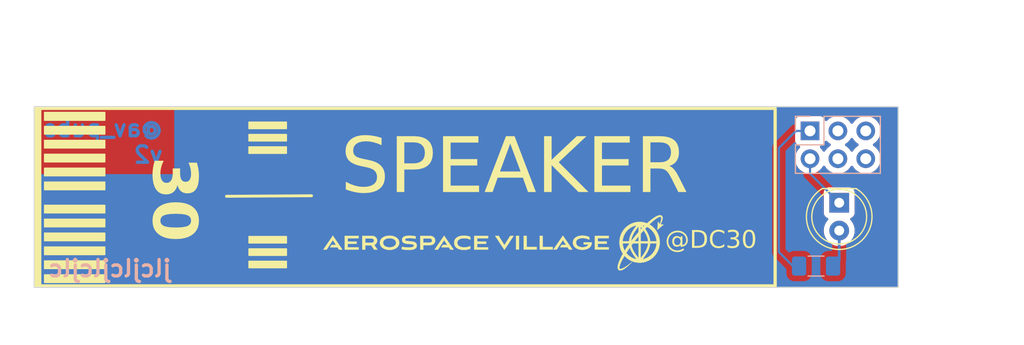
<source format=kicad_pcb>
(kicad_pcb (version 20220621) (generator pcbnew)
  (layers (0 "F.Cu" signal) (31 "B.Cu" signal) (34 "B.Paste" user) (35 "F.Paste" user) (36 "B.SilkS" user "B.Silkscreen") (37 "F.SilkS" user "F.Silkscreen") (38 "B.Mask" user) (39 "F.Mask" user) (44 "Edge.Cuts" user))
  (net 0 "")
  (footprint "LED_THT:LED_D5.0mm" (layer "F.Cu") (at 157.5 131.5 -90)
    (fp_text reference "REF**" hide)
    (fp_text value "LED_D5.0mm")
  )
  (footprint "Connector_PinHeader_2.54mm:PinHeader_2x03_P2.54mm_Vertical" (layer "B.Cu") (at 154.84 124.94 -90)
    (fp_text reference "REF**" hide)
    (fp_text value "PinHeader_2x03_P2.54mm_Vertical")
  )
  (footprint "Resistor_SMD:R_1206_3216Metric_Pad1.30x1.75mm_HandSolder" (layer "B.Cu") (at 155.39 137.28 180)
    (fp_text reference "REF**" hide)
    (fp_text value "R_1206_3216Metric_Pad1.30x1.75mm_HandSolder")
  )
  (gr_poly (pts (xy 90.559245 127.772901) (xy 85.055911 127.772901) (xy 85.055911 127.067346) (xy 90.559245 127.067346)) (stroke (width 0.1)) (fill solid) (layer "F.SilkS"))
  (gr_poly (pts (xy 107.114956 125.863793) (xy 103.688522 125.863793) (xy 103.688522 125.262231) (xy 107.114956 125.262231)) (stroke (width 0.1)) (fill solid) (layer "F.SilkS"))
  (gr_poly (pts (xy 112.212582 135.778166) (xy 111.907517 135.778166) (xy 111.767288 135.565441) (xy 111.084134 135.565441) (xy 111.230448 135.342926) (xy 111.622297 135.342926) (xy 111.342367 134.91536) (xy 111.062174 135.342926) (xy 111.062438 135.342926) (xy 110.916124 135.565441) (xy 110.914536 135.565441) (xy 110.776953 135.778166) (xy 110.471888 135.778166) (xy 111.342367 134.502609)) (stroke (width 0.02)) (fill solid) (layer "F.SilkS"))
  (gr_poly (pts (xy 107.114887 124.734902) (xy 103.688522 124.734902) (xy 103.688522 124.13334) (xy 107.114887 124.13334)) (stroke (width 0.1)) (fill solid) (layer "F.SilkS"))
  (gr_poly (pts (xy 90.559245 125.232903) (xy 85.055911 125.232903) (xy 85.055911 124.527347) (xy 90.559245 124.527347)) (stroke (width 0.1)) (fill solid) (layer "F.SilkS"))
  (gr_poly (pts (xy 113.690544 134.740205) (xy 112.695182 134.740205) (xy 112.695182 135.04527) (xy 113.510627 135.04527) (xy 113.510627 135.242914) (xy 112.695182 135.242914) (xy 112.695182 135.563059) (xy 113.690544 135.563059) (xy 113.690544 135.778166) (xy 112.422661 135.778166) (xy 112.422661 134.522718) (xy 113.690544 134.522718)) (stroke (width 0.02)) (fill solid) (layer "F.SilkS"))
  (gr_poly (pts (xy 130.47 135.537305) (xy 131.385194 135.537305) (xy 131.385194 135.772255) (xy 130.197479 135.772255) (xy 130.197479 134.516807) (xy 130.47 134.516807)) (stroke (width 0.02)) (fill solid) (layer "F.SilkS"))
  (gr_poly (pts (xy 133.183566 135.772255) (xy 132.878503 135.772255) (xy 132.738273 135.559795) (xy 132.052737 135.559795) (xy 132.199052 135.33728) (xy 132.593282 135.33728) (xy 132.313351 134.909449) (xy 131.748202 135.772255) (xy 131.442873 135.772255) (xy 132.313351 134.496963)) (stroke (width 0.02)) (fill solid) (layer "F.SilkS"))
  (gr_poly (pts (xy 126.978559 135.367178) (xy 127.508784 134.516807) (xy 127.828928 134.516807) (xy 126.978559 135.797391) (xy 126.133215 134.516807) (xy 126.456007 134.516807)) (stroke (width 0.02)) (fill solid) (layer "F.SilkS"))
  (gr_poly (pts (xy 116.511796 134.50261) (xy 116.557457 134.503318) (xy 116.602477 134.505434) (xy 116.646803 134.508943) (xy 116.690382 134.513831) (xy 116.733162 134.520083) (xy 116.775089 134.527686) (xy 116.81611 134.536625) (xy 116.856172 134.546886) (xy 116.895222 134.558455) (xy 116.933207 134.571317) (xy 116.970075 134.585458) (xy 117.005771 134.600864) (xy 117.040243 134.617521) (xy 117.073437 134.635414) (xy 117.105302 134.65453) (xy 117.135783 134.674853) (xy 117.164828 134.696371) (xy 117.192383 134.719067) (xy 117.218396 134.742929) (xy 117.242813 134.767942) (xy 117.265582 134.794092) (xy 117.28665 134.821364) (xy 117.305962 134.849745) (xy 117.323467 134.879219) (xy 117.339112 134.909773) (xy 117.352842 134.941393) (xy 117.364606 134.974064) (xy 117.37435 135.007772) (xy 117.38202 135.042503) (xy 117.387565 135.078243) (xy 117.390931 135.114977) (xy 117.392065 135.152691) (xy 117.39093 135.189962) (xy 117.387562 135.22631) (xy 117.382014 135.261717) (xy 117.374339 135.296166) (xy 117.364589 135.32964) (xy 117.352819 135.362122) (xy 117.339082 135.393595) (xy 117.32343 135.424042) (xy 117.305917 135.453446) (xy 117.286596 135.48179) (xy 117.265521 135.509057) (xy 117.242744 135.53523) (xy 117.218318 135.560292) (xy 117.192297 135.584227) (xy 117.164735 135.607016) (xy 117.135684 135.628643) (xy 117.073327 135.668343) (xy 117.005654 135.703192) (xy 116.93309 135.733052) (xy 116.85606 135.757789) (xy 116.774991 135.777265) (xy 116.690306 135.791345) (xy 116.602433 135.799892) (xy 116.511796 135.802772) (xy 116.466369 135.80205) (xy 116.421552 135.799895) (xy 116.377401 135.796325) (xy 116.33397 135.791356) (xy 116.291314 135.785004) (xy 116.249486 135.777287) (xy 116.208543 135.768222) (xy 116.168537 135.757826) (xy 116.129524 135.746115) (xy 116.091558 135.733106) (xy 116.054693 135.718816) (xy 116.018985 135.703262) (xy 115.984487 135.686461) (xy 115.951254 135.668429) (xy 115.919341 135.649184) (xy 115.888802 135.628742) (xy 115.859692 135.607121) (xy 115.832064 135.584336) (xy 115.805975 135.560406) (xy 115.781477 135.535346) (xy 115.758626 135.509174) (xy 115.737476 135.481907) (xy 115.718082 135.453561) (xy 115.700498 135.424153) (xy 115.684778 135.393701) (xy 115.670977 135.36222) (xy 115.659151 135.329728) (xy 115.649352 135.296242) (xy 115.641636 135.261778) (xy 115.636057 135.226354) (xy 115.632669 135.189986) (xy 115.631536 135.152955) (xy 115.924157 135.152955) (xy 115.924878 135.176363) (xy 115.927021 135.199201) (xy 115.930559 135.221458) (xy 115.935462 135.243123) (xy 115.941703 135.264184) (xy 115.949253 135.28463) (xy 115.958083 135.30445) (xy 115.968165 135.323632) (xy 115.97947 135.342165) (xy 115.991971 135.360037) (xy 116.005638 135.377238) (xy 116.020444 135.393755) (xy 116.03636 135.409577) (xy 116.053356 135.424693) (xy 116.071406 135.439092) (xy 116.090481 135.452761) (xy 116.131589 135.477869) (xy 116.176454 135.499924) (xy 116.224848 135.518836) (xy 116.276545 135.534513) (xy 116.331315 135.546866) (xy 116.388932 135.555802) (xy 116.449168 135.56123) (xy 116.511796 135.563059) (xy 116.543395 135.5626) (xy 116.574424 135.56123) (xy 116.604856 135.55896) (xy 116.634661 135.555802) (xy 116.663811 135.551766) (xy 116.692278 135.546866) (xy 116.720033 135.541111) (xy 116.747048 135.534513) (xy 116.773295 135.527085) (xy 116.798744 135.518836) (xy 116.823368 135.509778) (xy 116.847139 135.499924) (xy 116.870026 135.489283) (xy 116.892004 135.477869) (xy 116.913042 135.465691) (xy 116.933112 135.452761) (xy 116.952186 135.439092) (xy 116.970236 135.424693) (xy 116.987233 135.409577) (xy 117.003149 135.393755) (xy 117.017954 135.377238) (xy 117.031622 135.360037) (xy 117.044122 135.342165) (xy 117.055428 135.323632) (xy 117.06551 135.30445) (xy 117.07434 135.28463) (xy 117.08189 135.264184) (xy 117.08813 135.243123) (xy 117.093034 135.221458) (xy 117.096571 135.199201) (xy 117.098715 135.176363) (xy 117.099435 135.152955) (xy 117.098715 135.129129) (xy 117.096571 135.105925) (xy 117.093034 135.083353) (xy 117.08813 135.06142) (xy 117.08189 135.040137) (xy 117.07434 135.019512) (xy 117.06551 134.999553) (xy 117.055428 134.980269) (xy 117.044122 134.96167) (xy 117.031622 134.943763) (xy 117.017954 134.926558) (xy 117.003149 134.910063) (xy 116.987233 134.894288) (xy 116.970236 134.87924) (xy 116.952186 134.864929) (xy 116.933112 134.851363) (xy 116.892004 134.826504) (xy 116.847139 134.804731) (xy 116.798744 134.786116) (xy 116.747048 134.770728) (xy 116.692278 134.758637) (xy 116.634661 134.749914) (xy 116.574424 134.744629) (xy 116.511796 134.742851) (xy 116.480197 134.743297) (xy 116.449168 134.744629) (xy 116.418737 134.746837) (xy 116.388932 134.749914) (xy 116.359782 134.75385) (xy 116.331315 134.758637) (xy 116.30356 134.764266) (xy 116.276545 134.770728) (xy 116.250298 134.778014) (xy 116.224848 134.786116) (xy 116.200224 134.795024) (xy 116.176454 134.804731) (xy 116.153566 134.815227) (xy 116.131589 134.826504) (xy 116.110551 134.838552) (xy 116.090481 134.851363) (xy 116.071406 134.864929) (xy 116.053356 134.87924) (xy 116.03636 134.894288) (xy 116.020444 134.910063) (xy 116.005638 134.926558) (xy 115.991971 134.943763) (xy 115.97947 134.96167) (xy 115.968165 134.980269) (xy 115.958083 134.999553) (xy 115.949253 135.019512) (xy 115.941703 135.040137) (xy 115.935462 135.06142) (xy 115.930559 135.083353) (xy 115.927021 135.105925) (xy 115.924878 135.129129) (xy 115.924157 135.152955) (xy 115.631536 135.152955) (xy 115.631528 135.152691) (xy 115.632669 135.114977) (xy 115.636057 135.078243) (xy 115.641636 135.042503) (xy 115.649352 135.007772) (xy 115.659151 134.974064) (xy 115.670977 134.941393) (xy 115.684778 134.909773) (xy 115.700498 134.879219) (xy 115.718082 134.849745) (xy 115.737476 134.821364) (xy 115.758626 134.794092) (xy 115.781477 134.767942) (xy 115.805975 134.742929) (xy 115.832064 134.719067) (xy 115.859692 134.69637) (xy 115.888802 134.674853) (xy 115.951254 134.635414) (xy 116.018985 134.600864) (xy 116.091558 134.571317) (xy 116.168537 134.546886) (xy 116.249486 134.527686) (xy 116.33397 134.513831) (xy 116.421552 134.505434) (xy 116.511796 134.502609)) (stroke (width 0.02)) (fill solid) (layer "F.SilkS"))
  (gr_poly (pts (xy 107.117819 135.177122) (xy 103.691454 135.177122) (xy 103.691454 134.57556) (xy 107.117819 134.57556)) (stroke (width 0.1)) (fill solid) (layer "F.SilkS"))
  (gr_poly (pts (xy 107.116421 137.434901) (xy 103.689987 137.434901) (xy 103.689987 136.833341) (xy 107.116421 136.833341)) (stroke (width 0.1)) (fill solid) (layer "F.SilkS"))
  (gr_poly (pts (xy 118.365137 134.503037) (xy 118.41204 134.504268) (xy 118.458096 134.506225) (xy 118.503113 134.508831) (xy 118.589269 134.515683) (xy 118.668978 134.524206) (xy 118.740713 134.533783) (xy 118.802944 134.543798) (xy 118.854143 134.553632) (xy 118.892782 134.56267) (xy 118.880347 134.790212) (xy 118.835179 134.778287) (xy 118.784262 134.767098) (xy 118.727677 134.756907) (xy 118.665506 134.747977) (xy 118.597827 134.740574) (xy 118.524722 134.734959) (xy 118.446272 134.731397) (xy 118.362557 134.730151) (xy 118.321309 134.730463) (xy 118.280335 134.73147) (xy 118.239964 134.733278) (xy 118.200525 134.735993) (xy 118.162348 134.739719) (xy 118.125762 134.744564) (xy 118.091097 134.750633) (xy 118.074588 134.75416) (xy 118.058683 134.758032) (xy 118.043422 134.762263) (xy 118.028848 134.766866) (xy 118.015001 134.771854) (xy 118.001922 134.777241) (xy 117.989653 134.78304) (xy 117.978235 134.789264) (xy 117.967709 134.795926) (xy 117.958116 134.80304) (xy 117.949497 134.810618) (xy 117.941894 134.818674) (xy 117.935348 134.827222) (xy 117.929899 134.836273) (xy 117.92559 134.845843) (xy 117.922461 134.855943) (xy 117.920553 134.866587) (xy 117.919908 134.877789) (xy 117.91991 134.877789) (xy 117.922995 134.900517) (xy 117.931988 134.920117) (xy 117.946496 134.93686) (xy 117.966123 134.951018) (xy 117.990477 134.962862) (xy 118.019164 134.972664) (xy 118.051788 134.980695) (xy 118.087958 134.987227) (xy 118.169354 134.996878) (xy 118.260201 135.00379) (xy 118.457643 135.018084) (xy 118.557935 135.02981) (xy 118.655072 135.047484) (xy 118.701473 135.05923) (xy 118.745904 135.073278) (xy 118.78797 135.089899) (xy 118.827278 135.109365) (xy 118.863434 135.131947) (xy 118.896044 135.157916) (xy 118.924714 135.187545) (xy 118.94905 135.221104) (xy 118.968658 135.258865) (xy 118.983145 135.3011) (xy 118.992116 135.34808) (xy 118.995177 135.400076) (xy 118.994097 135.431819) (xy 118.990907 135.461892) (xy 118.985677 135.490336) (xy 118.978481 135.517197) (xy 118.969388 135.542516) (xy 118.958473 135.566339) (xy 118.945805 135.588708) (xy 118.931458 135.609667) (xy 118.915502 135.62926) (xy 118.898011 135.647529) (xy 118.879055 135.664519) (xy 118.858706 135.680273) (xy 118.837037 135.694834) (xy 118.814119 135.708246) (xy 118.764824 135.731797) (xy 118.711396 135.751274) (xy 118.65441 135.767025) (xy 118.59444 135.779398) (xy 118.532061 135.788741) (xy 118.467849 135.795401) (xy 118.402377 135.799728) (xy 118.336221 135.802069) (xy 118.269955 135.802772) (xy 118.188269 135.801856) (xy 118.105169 135.799163) (xy 118.021598 135.794777) (xy 117.938498 135.788782) (xy 117.856812 135.781262) (xy 117.777482 135.772299) (xy 117.701452 135.761979) (xy 117.629663 135.750384) (xy 117.639717 135.522843) (xy 117.713312 135.535208) (xy 117.78616 135.545915) (xy 117.858703 135.554966) (xy 117.931387 135.562365) (xy 118.004653 135.568114) (xy 118.078945 135.572216) (xy 118.154708 135.574676) (xy 118.232383 135.575495) (xy 118.280803 135.575123) (xy 118.328327 135.573935) (xy 118.374647 135.571822) (xy 118.419456 135.568673) (xy 118.462446 135.564381) (xy 118.503311 135.558835) (xy 118.541742 135.551927) (xy 118.559949 135.547927) (xy 118.577433 135.543546) (xy 118.594155 135.53877) (xy 118.610076 135.533585) (xy 118.625158 135.527976) (xy 118.639364 135.521932) (xy 118.652653 135.515438) (xy 118.664989 135.50848) (xy 118.676332 135.501045) (xy 118.686644 135.493118) (xy 118.695887 135.484688) (xy 118.704022 135.475738) (xy 118.711011 135.466257) (xy 118.716815 135.456231) (xy 118.721396 135.445645) (xy 118.724716 135.434486) (xy 118.726737 135.422741) (xy 118.727419 135.410395) (xy 118.724327 135.385652) (xy 118.715316 135.364224) (xy 118.70078 135.345831) (xy 118.681113 135.330198) (xy 118.656711 135.317047) (xy 118.627968 135.306101) (xy 118.595278 135.297083) (xy 118.559036 135.289716) (xy 118.477476 135.278827) (xy 118.386444 135.271217) (xy 118.188594 135.25697) (xy 118.088091 135.245899) (xy 117.990744 135.229241) (xy 117.944242 135.218124) (xy 117.899713 135.204779) (xy 117.857551 135.18893) (xy 117.818152 135.170298) (xy 117.781911 135.148607) (xy 117.749221 135.12358) (xy 117.720477 135.09494) (xy 117.696075 135.062409) (xy 117.676408 135.025711) (xy 117.661872 134.984569) (xy 117.652861 134.938705) (xy 117.64977 134.887843) (xy 117.650883 134.856801) (xy 117.654165 134.827444) (xy 117.659525 134.799726) (xy 117.666875 134.7736) (xy 117.676124 134.74902) (xy 117.687184 134.725942) (xy 117.699965 134.704319) (xy 117.714378 134.684105) (xy 117.730333 134.665255) (xy 117.747742 134.647722) (xy 117.766514 134.631462) (xy 117.786561 134.616427) (xy 117.807794 134.602572) (xy 117.830122 134.589852) (xy 117.877708 134.567631) (xy 117.928606 134.549397) (xy 117.982101 134.534784) (xy 118.037478 134.523425) (xy 118.094022 134.514954) (xy 118.151018 134.509003) (xy 118.207753 134.505207) (xy 118.263511 134.503198) (xy 118.317578 134.502609)) (stroke (width 0.02)) (fill solid) (layer "F.SilkS"))
  (gr_poly (pts (xy 90.559245 129.042901) (xy 85.055911 129.042901) (xy 85.055911 128.337345) (xy 90.559245 128.337345)) (stroke (width 0.1)) (fill solid) (layer "F.SilkS"))
  (gr_poly (pts (xy 128.311529 135.772255) (xy 128.039008 135.772255) (xy 128.039008 134.516807) (xy 128.311529 134.516807)) (stroke (width 0.02)) (fill solid) (layer "F.SilkS"))
  (gr_poly (pts (xy 129.009499 135.537305) (xy 129.924694 135.537305) (xy 129.924694 135.772255) (xy 128.736715 135.772255) (xy 128.736715 134.516807) (xy 129.009499 134.516807)) (stroke (width 0.02)) (fill solid) (layer "F.SilkS"))
  (gr_rect (start 84.25 122.88) (end 84.62 139.07) (stroke (width 0.3)) (fill solid) (layer "F.SilkS"))
  (gr_poly (pts (xy 114.919035 134.523399) (xy 114.950836 134.525407) (xy 114.981353 134.528693) (xy 115.010602 134.533206) (xy 115.038598 134.538895) (xy 115.065359 134.54571) (xy 115.0909 134.553601) (xy 115.115239 134.562517) (xy 115.138391 134.572408) (xy 115.160373 134.583223) (xy 115.181202 134.594912) (xy 115.200894 134.607424) (xy 115.219465 134.62071) (xy 115.236932 134.634718) (xy 115.253311 134.649398) (xy 115.268619 134.6647) (xy 115.282871 134.680573) (xy 115.296085 134.696967) (xy 115.308277 134.713832) (xy 115.319463 134.731116) (xy 115.32966 134.74877) (xy 115.338885 134.766743) (xy 115.347152 134.784985) (xy 115.35448 134.803445) (xy 115.360884 134.822073) (xy 115.366381 134.840818) (xy 115.374719 134.878459) (xy 115.379625 134.915964) (xy 115.381232 134.95293) (xy 115.380345 134.981629) (xy 115.377647 135.010475) (xy 115.373083 135.039318) (xy 115.366597 135.068008) (xy 115.358132 135.096393) (xy 115.353141 135.110425) (xy 115.347634 135.124325) (xy 115.341604 135.138073) (xy 115.335045 135.151651) (xy 115.32795 135.165041) (xy 115.320312 135.178223) (xy 115.312123 135.191179) (xy 115.303376 135.203889) (xy 115.294065 135.216336) (xy 115.284184 135.2285) (xy 115.273723 135.240362) (xy 115.262678 135.251905) (xy 115.25104 135.263108) (xy 115.238803 135.273953) (xy 115.22596 135.284421) (xy 115.212504 135.294494) (xy 115.198428 135.304152) (xy 115.183725 135.313378) (xy 115.168387 135.322151) (xy 115.152409 135.330454) (xy 115.135782 135.338267) (xy 115.118501 135.345572) (xy 115.408483 135.778166) (xy 115.103418 135.778166) (xy 114.838306 135.385524) (xy 114.300673 135.385524) (xy 114.300673 135.778166) (xy 114.028152 135.778166) (xy 114.028152 135.145282) (xy 114.300938 135.145282) (xy 114.846245 135.145282) (xy 114.865191 135.144986) (xy 114.883154 135.144111) (xy 114.900157 135.142677) (xy 114.916226 135.140707) (xy 114.931387 135.138221) (xy 114.945663 135.13524) (xy 114.959082 135.131785) (xy 114.971666 135.127878) (xy 114.983442 135.123539) (xy 114.994435 135.118789) (xy 115.004669 135.113649) (xy 115.01417 135.108141) (xy 115.022963 135.102285) (xy 115.031073 135.096102) (xy 115.038525 135.089614) (xy 115.045344 135.082841) (xy 115.051556 135.075804) (xy 115.057185 135.068526) (xy 115.062256 135.061025) (xy 115.066795 135.053324) (xy 115.070827 135.045444) (xy 115.074376 135.037405) (xy 115.077468 135.029229) (xy 115.080129 135.020937) (xy 115.082382 135.012549) (xy 115.084253 135.004087) (xy 115.086951 134.987023) (xy 115.088422 134.969915) (xy 115.088868 134.95293) (xy 115.088422 134.93722) (xy 115.086951 134.921169) (xy 115.084253 134.904965) (xy 115.080128 134.888794) (xy 115.074376 134.872843) (xy 115.070826 134.865008) (xy 115.066795 134.857299) (xy 115.062256 134.849738) (xy 115.057184 134.842349) (xy 115.051555 134.835155) (xy 115.045344 134.828179) (xy 115.038525 134.821446) (xy 115.031073 134.814977) (xy 115.022963 134.808797) (xy 115.01417 134.802929) (xy 115.004668 134.797396) (xy 114.994434 134.792222) (xy 114.983442 134.78743) (xy 114.971666 134.783043) (xy 114.959081 134.779085) (xy 114.945663 134.775579) (xy 114.931387 134.772548) (xy 114.916226 134.770015) (xy 114.900157 134.768005) (xy 114.883154 134.766541) (xy 114.865191 134.765645) (xy 114.846245 134.765341) (xy 114.300938 134.765341) (xy 114.300938 135.145282) (xy 114.028152 135.145282) (xy 114.028152 134.522718) (xy 114.885931 134.522718)) (stroke (width 0.02)) (fill solid) (layer "F.SilkS"))
  (gr_poly (pts (xy 139.630668 133.966349) (xy 139.630825 133.966566) (xy 139.631138 133.967011) (xy 139.640692 133.980743) (xy 139.641338 133.981681) (xy 139.651637 133.996975) (xy 139.661878 134.012321) (xy 139.672217 134.027596) (xy 139.586578 134.123355) (xy 139.50153 134.219574) (xy 139.476067 134.248748) (xy 139.450802 134.278106) (xy 139.400451 134.336983) (xy 139.400451 133.963569) (xy 139.463772 133.895148) (xy 139.495621 133.861105) (xy 139.527675 133.82725)) (stroke (width 0.02)) (fill solid) (layer "F.SilkS"))
  (gr_poly (pts (xy 139.746369 133.608619) (xy 139.747922 133.609072) (xy 139.74841 133.60921) (xy 139.760131 133.612605) (xy 139.761256 133.612944) (xy 139.761931 133.613159) (xy 139.822892 133.633679) (xy 139.88192 133.656388) (xy 139.883367 133.656972) (xy 139.884807 133.65757) (xy 139.942615 133.682667) (xy 139.977976 133.699823) (xy 139.934964 133.74453) (xy 139.892162 133.789468) (xy 139.8496 133.834653) (xy 139.8073 133.880111) (xy 139.807299 133.880111) (xy 139.806586 133.879069) (xy 139.806059 133.87835) (xy 139.777403 133.838002) (xy 139.747984 133.797473) (xy 139.718379 133.757504) (xy 139.68865 133.718106) (xy 139.682524 133.71018) (xy 139.676406 133.702425) (xy 139.671653 133.696419) (xy 139.665571 133.688654) (xy 139.664156 133.686841) (xy 139.68389 133.666987) (xy 139.703705 133.647206) (xy 139.743475 133.607781)) (stroke (width 0.02)) (fill solid) (layer "F.SilkS"))
  (gr_poly (pts (xy 90.559245 136.239568) (xy 85.055911 136.239568) (xy 85.055911 135.534012) (xy 90.559245 135.534012)) (stroke (width 0.1)) (fill solid) (layer "F.SilkS"))
  (gr_poly (pts (xy 90.559245 126.502903) (xy 85.055911 126.502903) (xy 85.055911 125.797347) (xy 90.559245 125.797347)) (stroke (width 0.1)) (fill solid) (layer "F.SilkS"))
  (gr_poly (pts (xy 90.559245 134.969567) (xy 85.055911 134.969567) (xy 85.055911 134.264011) (xy 90.559245 134.264011)) (stroke (width 0.1)) (fill solid) (layer "F.SilkS"))
  (gr_poly (pts (xy 134.133334 134.497282) (xy 134.177298 134.499019) (xy 134.220814 134.501891) (xy 134.263834 134.505881) (xy 134.306312 134.51097) (xy 134.3482 134.517139) (xy 134.389451 134.524372) (xy 134.430017 134.532649) (xy 134.469852 134.541952) (xy 134.508907 134.552264) (xy 134.547137 134.563565) (xy 134.584492 134.575838) (xy 134.620927 134.589064) (xy 134.656394 134.603226) (xy 134.690845 134.618305) (xy 134.724233 134.634282) (xy 134.724233 134.876905) (xy 134.657634 134.846758) (xy 134.588709 134.818639) (xy 134.553237 134.805531) (xy 134.517019 134.793161) (xy 134.479999 134.781605) (xy 134.442122 134.770939) (xy 134.403334 134.761241) (xy 134.363579 134.752587) (xy 134.322803 134.745054) (xy 134.28095 134.738718) (xy 134.237965 134.733657) (xy 134.193793 134.729946) (xy 134.14838 134.727664) (xy 134.10167 134.726886) (xy 134.053065 134.728003) (xy 134.003293 134.731481) (xy 133.952947 134.737509) (xy 133.902621 134.746279) (xy 133.852909 134.757981) (xy 133.828469 134.76499) (xy 133.804405 134.772804) (xy 133.780791 134.781446) (xy 133.757702 134.79094) (xy 133.735212 134.801309) (xy 133.713395 134.812578) (xy 133.692324 134.82477) (xy 133.672076 134.837909) (xy 133.652723 134.852019) (xy 133.63434 134.867123) (xy 133.617001 134.883246) (xy 133.60078 134.900411) (xy 133.585752 134.918641) (xy 133.571991 134.937962) (xy 133.559571 134.958396) (xy 133.548566 134.979967) (xy 133.53905 135.002699) (xy 133.531098 135.026616) (xy 133.524784 135.051742) (xy 133.520182 135.0781) (xy 133.517367 135.105715) (xy 133.516412 135.134609) (xy 133.517132 135.159364) (xy 133.519272 135.183466) (xy 133.522803 135.206907) (xy 133.527696 135.229679) (xy 133.533922 135.251772) (xy 133.541451 135.273178) (xy 133.550255 135.293888) (xy 133.560303 135.313893) (xy 133.571568 135.333185) (xy 133.584019 135.351754) (xy 133.597627 135.369593) (xy 133.612364 135.386691) (xy 133.628199 135.403041) (xy 133.645104 135.418634) (xy 133.66305 135.43346) (xy 133.682007 135.447512) (xy 133.701946 135.46078) (xy 133.722839 135.473255) (xy 133.767365 135.495794) (xy 133.815352 135.515057) (xy 133.866566 135.530975) (xy 133.920774 135.543479) (xy 133.977742 135.552496) (xy 134.037236 135.557958) (xy 134.099023 135.559794) (xy 134.136177 135.559099) (xy 134.174302 135.556935) (xy 134.21308 135.553186) (xy 134.252192 135.547735) (xy 134.29132 135.540466) (xy 134.330144 135.531261) (xy 134.368347 135.520005) (xy 134.40561 135.50658) (xy 134.423789 135.499018) (xy 134.441613 135.49087) (xy 134.459044 135.482122) (xy 134.47604 135.472758) (xy 134.492562 135.462765) (xy 134.50857 135.452128) (xy 134.524024 135.440832) (xy 134.538885 135.428863) (xy 134.553113 135.416205) (xy 134.566668 135.402846) (xy 134.579509 135.388769) (xy 134.591598 135.37396) (xy 134.602894 135.358405) (xy 134.613358 135.34209) (xy 134.62295 135.324998) (xy 134.631629 135.307117) (xy 134.199036 135.307117) (xy 134.199036 135.104446) (xy 134.936695 135.104446) (xy 134.936809 135.112576) (xy 134.937109 135.120272) (xy 134.938018 135.135403) (xy 134.938504 135.143359) (xy 134.938928 135.151923) (xy 134.939227 135.161355) (xy 134.939341 135.171915) (xy 134.938172 135.209581) (xy 134.934708 135.246127) (xy 134.929014 135.281549) (xy 134.921153 135.315841) (xy 134.911192 135.348998) (xy 134.899194 135.381016) (xy 134.885224 135.411889) (xy 134.869346 135.441612) (xy 134.851626 135.470181) (xy 134.832127 135.497591) (xy 134.810914 135.523836) (xy 134.788053 135.548911) (xy 134.763606 135.572812) (xy 134.73764 135.595533) (xy 134.710218 135.617069) (xy 134.681405 135.637417) (xy 134.619866 135.674522) (xy 134.553538 135.70681) (xy 134.482938 135.73424) (xy 134.408583 135.756773) (xy 134.330989 135.774367) (xy 134.250674 135.786984) (xy 134.168153 135.794584) (xy 134.083944 135.797126) (xy 134.041228 135.796446) (xy 133.998896 135.794411) (xy 133.957012 135.791029) (xy 133.915641 135.786307) (xy 133.874846 135.780254) (xy 133.834689 135.772878) (xy 133.795236 135.764185) (xy 133.75655 135.754185) (xy 133.718695 135.742884) (xy 133.681734 135.73029) (xy 133.64573 135.716412) (xy 133.610749 135.701257) (xy 133.576853 135.684833) (xy 133.544106 135.667148) (xy 133.512571 135.648209) (xy 133.482314 135.628024) (xy 133.453396 135.606601) (xy 133.425883 135.583949) (xy 133.399837 135.560074) (xy 133.375322 135.534984) (xy 133.352403 135.508688) (xy 133.331142 135.481193) (xy 133.311604 135.452507) (xy 133.293852 135.422637) (xy 133.27795 135.391592) (xy 133.263961 135.359379) (xy 133.25195 135.326007) (xy 133.24198 135.291482) (xy 133.234114 135.255813) (xy 133.228417 135.219007) (xy 133.224952 135.181073) (xy 133.223783 135.142018) (xy 133.225023 135.101221) (xy 133.228692 135.061824) (xy 133.234713 135.02382) (xy 133.24301 134.987201) (xy 133.253506 134.95196) (xy 133.266126 134.918092) (xy 133.280792 134.885589) (xy 133.297428 134.854444) (xy 133.315958 134.824651) (xy 133.336305 134.796202) (xy 133.358393 134.769092) (xy 133.382145 134.743312) (xy 133.407485 134.718856) (xy 133.434337 134.695717) (xy 133.462623 134.67389) (xy 133.492268 134.653365) (xy 133.555328 134.6162) (xy 133.622905 134.584168) (xy 133.694387 134.557214) (xy 133.769162 134.535282) (xy 133.84662 134.51832) (xy 133.926148 134.506272) (xy 134.007135 134.499083) (xy 134.088969 134.496699)) (stroke (width 0.02)) (fill solid) (layer "F.SilkS"))
  (gr_poly (pts (xy 138.667325 135.255053) (xy 138.632146 135.302416) (xy 138.597176 135.349927) (xy 138.562442 135.397551) (xy 138.561759 135.39478) (xy 138.545097 135.302517) (xy 138.544999 135.301885) (xy 138.544917 135.301285) (xy 138.534468 135.207834) (xy 138.702716 135.207834)) (stroke (width 0.02)) (fill solid) (layer "F.SilkS"))
  (gr_poly (pts (xy 90.559245 138.77957) (xy 85.055911 138.77957) (xy 85.055911 138.074014) (xy 90.559245 138.074014)) (stroke (width 0.1)) (fill solid) (layer "F.SilkS"))
  (gr_poly (pts (xy 107.113495 126.992681) (xy 103.687061 126.992681) (xy 103.687061 126.39112) (xy 107.113495 126.39112)) (stroke (width 0.1)) (fill solid) (layer "F.SilkS"))
  (gr_line (start 101.64591 130.90832) (end 109.4 130.86) (stroke (width 0.264583)) (layer "F.SilkS"))
  (gr_poly (pts (xy 141.167111 132.635449) (xy 141.172625 132.635545) (xy 141.178177 132.635721) (xy 141.183765 132.635981) (xy 141.189391 132.636328) (xy 141.195054 132.636764) (xy 141.200754 132.637291) (xy 141.206491 132.637913) (xy 141.21217 132.638575) (xy 141.217899 132.639386) (xy 141.223676 132.64037) (xy 141.229503 132.641553) (xy 141.23538 132.64296) (xy 141.241306 132.644614) (xy 141.244288 132.645542) (xy 141.247283 132.646541) (xy 141.25029 132.647614) (xy 141.25331 132.648765) (xy 141.276615 132.65724) (xy 141.279492 132.658764) (xy 141.282363 132.660352) (xy 141.285228 132.661996) (xy 141.288084 132.663686) (xy 141.290926 132.665414) (xy 141.293754 132.667169) (xy 141.299353 132.670728) (xy 141.304903 132.674273) (xy 141.310404 132.677846) (xy 141.31312 132.67968) (xy 141.315806 132.681567) (xy 141.318454 132.683522) (xy 141.321057 132.685559) (xy 141.339558 132.704317) (xy 141.341969 132.70663) (xy 141.34425 132.709) (xy 141.346413 132.711423) (xy 141.348468 132.713894) (xy 141.350427 132.716409) (xy 141.352303 132.718963) (xy 141.354105 132.721551) (xy 141.355847 132.724168) (xy 141.359193 132.729473) (xy 141.362432 132.734839) (xy 141.365658 132.74023) (xy 141.368961 132.745607) (xy 141.37439 132.756594) (xy 141.379189 132.767526) (xy 141.383395 132.778398) (xy 141.387043 132.789205) (xy 141.390166 132.799942) (xy 141.3928 132.810604) (xy 141.39498 132.821186) (xy 141.396741 132.831683) (xy 141.398117 132.84209) (xy 141.399143 132.852402) (xy 141.399855 132.862615) (xy 141.400288 132.872722) (xy 141.400452 132.892603) (xy 141.399916 132.912005) (xy 141.398719 132.931207) (xy 141.396947 132.95013) (xy 141.394646 132.968787) (xy 141.391864 132.987193) (xy 141.388649 133.005364) (xy 141.385046 133.023314) (xy 141.381103 133.041058) (xy 141.376868 133.058611) (xy 141.361529 133.114113) (xy 141.34439 133.16856) (xy 141.32561 133.22204) (xy 141.305345 133.274638) (xy 141.283752 133.326443) (xy 141.260991 133.377541) (xy 141.237217 133.428019) (xy 141.212588 133.477965) (xy 141.486422 133.497034) (xy 140.923924 133.971423) (xy 140.976582 133.237463) (xy 141.150111 133.444376) (xy 141.168658 133.39379) (xy 141.186463 133.343058) (xy 141.203332 133.292208) (xy 141.21907 133.241266) (xy 141.233481 133.190263) (xy 141.246369 133.139227) (xy 141.257539 133.088185) (xy 141.266796 133.037165) (xy 141.269125 133.021109) (xy 141.271132 133.005107) (xy 141.272792 132.989192) (xy 141.27408 132.973394) (xy 141.274972 132.957746) (xy 141.275441 132.942277) (xy 141.275463 132.92702) (xy 141.275013 132.912005) (xy 141.274647 132.904636) (xy 141.274141 132.897326) (xy 141.273495 132.890098) (xy 141.272705 132.882973) (xy 141.271769 132.875972) (xy 141.270685 132.869118) (xy 141.26945 132.862431) (xy 141.268063 132.855933) (xy 141.26652 132.849646) (xy 141.264821 132.843591) (xy 141.262961 132.837791) (xy 141.26094 132.832266) (xy 141.258755 132.827039) (xy 141.256403 132.82213) (xy 141.253882 132.817561) (xy 141.25119 132.813355) (xy 141.248397 132.809594) (xy 141.24556 132.806143) (xy 141.242662 132.802989) (xy 141.239684 132.800119) (xy 141.236606 132.797519) (xy 141.233411 132.795178) (xy 141.23008 132.793083) (xy 141.226593 132.791221) (xy 141.222933 132.789578) (xy 141.219081 132.788143) (xy 141.215018 132.786903) (xy 141.210725 132.785845) (xy 141.206184 132.784955) (xy 141.201375 132.784223) (xy 141.196282 132.783634) (xy 141.190884 132.783176) (xy 141.185243 132.783064) (xy 141.179438 132.783128) (xy 141.17348 132.783367) (xy 141.16738 132.783783) (xy 141.161146 132.784378) (xy 141.154788 132.785152) (xy 141.148318 132.786107) (xy 141.141745 132.787244) (xy 141.135078 132.788563) (xy 141.128329 132.790067) (xy 141.121507 132.791755) (xy 141.114622 132.793631) (xy 141.107684 132.795694) (xy 141.100703 132.797945) (xy 141.093689 132.800387) (xy 141.086653 132.803019) (xy 141.072555 132.808135) (xy 141.058444 132.813645) (xy 141.044326 132.81953) (xy 141.030206 132.825769) (xy 141.001985 132.839232) (xy 140.973829 132.853872) (xy 140.945784 132.869529) (xy 140.917898 132.886043) (xy 140.890218 132.903252) (xy 140.862791 132.920997) (xy 140.835394 132.939175) (xy 140.808169 132.957773) (xy 140.781113 132.976763) (xy 140.754221 132.996117) (xy 140.72749 133.015805) (xy 140.700917 133.035799) (xy 140.674498 133.056072) (xy 140.64823 133.076594) (xy 140.59621 133.118616) (xy 140.544716 133.161494) (xy 140.493729 133.205167) (xy 140.443232 133.249572) (xy 140.393205 133.294646) (xy 140.343632 133.340328) (xy 140.294494 133.386555) (xy 140.245774 133.433265) (xy 140.239518 133.439235) (xy 140.233312 133.445261) (xy 140.220993 133.457415) (xy 140.208701 133.469599) (xy 140.196333 133.481672) (xy 140.257433 133.517245) (xy 140.332016 133.565665) (xy 140.404083 133.617565) (xy 140.473519 133.672831) (xy 140.540208 133.731344) (xy 140.604037 133.792989) (xy 140.664888 133.857648) (xy 140.722648 133.925205) (xy 140.777201 133.995543) (xy 140.828432 134.068546) (xy 140.876226 134.144096) (xy 140.920468 134.222077) (xy 140.961043 134.302373) (xy 140.997836 134.384866) (xy 141.030731 134.46944) (xy 141.059614 134.555978) (xy 141.084368 134.644364) (xy 141.104881 134.73448) (xy 141.121035 134.826211) (xy 141.132716 134.919438) (xy 141.139809 135.014047) (xy 141.142199 135.109919) (xy 141.139809 135.205791) (xy 141.132716 135.3004) (xy 141.121035 135.393628) (xy 141.104881 135.485358) (xy 141.084368 135.575475) (xy 141.059614 135.66386) (xy 141.030731 135.750398) (xy 140.997836 135.834972) (xy 140.961043 135.917466) (xy 140.920468 135.997761) (xy 140.876226 136.075742) (xy 140.828432 136.151293) (xy 140.777201 136.224295) (xy 140.722648 136.294633) (xy 140.664888 136.36219) (xy 140.604037 136.426849) (xy 140.540208 136.488494) (xy 140.473519 136.547007) (xy 140.404083 136.602273) (xy 140.332016 136.654173) (xy 140.257433 136.702593) (xy 140.180448 136.747414) (xy 140.101178 136.788521) (xy 140.019737 136.825796) (xy 139.936241 136.859122) (xy 139.850803 136.888384) (xy 139.763541 136.913464) (xy 139.674568 136.934246) (xy 139.583999 136.950613) (xy 139.491951 136.962448) (xy 139.398537 136.969635) (xy 139.303874 136.972056) (xy 139.20921 136.969635) (xy 139.115794 136.962448) (xy 139.023742 136.950613) (xy 138.933169 136.934246) (xy 138.84419 136.913464) (xy 138.75692 136.888384) (xy 138.671475 136.859122) (xy 138.587969 136.825796) (xy 138.506519 136.788521) (xy 138.427238 136.747414) (xy 138.350243 136.702593) (xy 138.275648 136.654174) (xy 138.203569 136.602273) (xy 138.134122 136.547007) (xy 138.06742 136.488494) (xy 138.003579 136.42685) (xy 137.942715 136.36219) (xy 137.884943 136.294633) (xy 137.830378 136.224295) (xy 137.781931 136.155276) (xy 137.780808 136.153616) (xy 137.780789 136.15365) (xy 137.779135 136.151293) (xy 137.73133 136.075742) (xy 137.687077 135.997761) (xy 137.646491 135.917466) (xy 137.624124 135.867328) (xy 137.949532 135.867328) (xy 137.95805 135.883068) (xy 137.962349 135.890914) (xy 137.96674 135.898696) (xy 137.974855 135.912624) (xy 137.983106 135.926453) (xy 137.991494 135.940188) (xy 138.00002 135.953835) (xy 138.008682 135.967391) (xy 138.017479 135.98085) (xy 138.026409 135.994212) (xy 138.03547 136.007475) (xy 138.044665 136.020636) (xy 138.053996 136.033697) (xy 138.063456 136.046656) (xy 138.072455 136.05873) (xy 138.073027 136.059522) (xy 138.073822 136.060535) (xy 138.077575 136.06543) (xy 138.082182 136.071289) (xy 138.091435 136.082974) (xy 138.091442 136.082963) (xy 138.112606 136.109902) (xy 138.15416 136.158562) (xy 138.197628 136.205442) (xy 138.242949 136.25048) (xy 138.290062 136.293615) (xy 138.338904 136.334788) (xy 138.389416 136.373935) (xy 138.441535 136.410997) (xy 138.495201 136.445913) (xy 138.550353 136.478621) (xy 138.606929 136.509061) (xy 138.664868 136.537171) (xy 138.72411 136.562891) (xy 138.784591 136.586159) (xy 138.846253 136.606915) (xy 138.909033 136.625098) (xy 138.97287 136.640646) (xy 139.037703 136.653498) (xy 139.56978 136.653498) (xy 139.634613 136.640646) (xy 139.69845 136.625098) (xy 139.76123 136.606915) (xy 139.822892 136.586159) (xy 139.883374 136.562891) (xy 139.942615 136.537171) (xy 140.000554 136.509061) (xy 140.05713 136.478621) (xy 140.112282 136.445913) (xy 140.165948 136.410997) (xy 140.268579 136.334788) (xy 140.364534 136.25048) (xy 140.453323 136.158562) (xy 140.534457 136.059522) (xy 140.607446 135.953849) (xy 140.640733 135.898676) (xy 140.6718 135.842029) (xy 140.700586 135.783966) (xy 140.727031 135.72455) (xy 140.751071 135.663842) (xy 140.772648 135.601902) (xy 140.791698 135.538791) (xy 140.808162 135.474571) (xy 140.821978 135.409303) (xy 140.833084 135.343046) (xy 140.84142 135.275863) (xy 140.846924 135.207815) (xy 140.266428 135.207815) (xy 140.262343 135.260014) (xy 140.256479 135.31183) (xy 140.239674 135.414288) (xy 140.21652 135.515132) (xy 140.187528 135.614306) (xy 140.153208 135.711753) (xy 140.11407 135.807416) (xy 140.070622 135.901238) (xy 140.023375 135.993164) (xy 139.972838 136.083137) (xy 139.919522 136.1711) (xy 139.863934 136.256996) (xy 139.806586 136.340769) (xy 139.747987 136.422362) (xy 139.688647 136.501719) (xy 139.56978 136.653498) (xy 139.037703 136.653498) (xy 138.919108 136.501709) (xy 138.801678 136.340732) (xy 138.744625 136.256943) (xy 138.689334 136.17103) (xy 138.636293 136.083052) (xy 138.585993 135.993065) (xy 138.538924 135.901129) (xy 138.495576 135.807299) (xy 138.456439 135.711635) (xy 138.422001 135.614194) (xy 138.392779 135.515118) (xy 138.398617 135.536427) (xy 138.40479 135.557709) (xy 138.411214 135.578913) (xy 138.417824 135.600058) (xy 138.358219 135.685337) (xy 138.29902 135.770876) (xy 138.240272 135.856699) (xy 138.182024 135.942827) (xy 138.159099 135.97771) (xy 138.136449 136.012744) (xy 138.091442 136.082963) (xy 138.073822 136.060535) (xy 138.073039 136.059513) (xy 138.072455 136.05873) (xy 138.035484 136.007484) (xy 138.000038 135.953849) (xy 137.966751 135.898676) (xy 137.949546 135.867305) (xy 137.949532 135.867328) (xy 137.624124 135.867328) (xy 137.609689 135.834973) (xy 137.576785 135.750399) (xy 137.547895 135.66386) (xy 137.523133 135.575475) (xy 137.502615 135.485358) (xy 137.486455 135.393628) (xy 137.474771 135.3004) (xy 137.467827 135.207815) (xy 137.76056 135.207815) (xy 137.766064 135.275863) (xy 137.7744 135.343046) (xy 137.785506 135.409303) (xy 137.799322 135.474571) (xy 137.815785 135.538791) (xy 137.834836 135.601902) (xy 137.856412 135.663842) (xy 137.880453 135.72455) (xy 137.906897 135.783966) (xy 137.935684 135.842029) (xy 137.949546 135.867305) (xy 137.98121 135.814773) (xy 138.024813 135.74488) (xy 138.069137 135.675481) (xy 138.114128 135.606544) (xy 138.159734 135.538036) (xy 138.252575 135.402172) (xy 138.347232 135.267626) (xy 138.347303 135.26832) (xy 138.348336 135.278677) (xy 138.349355 135.28975) (xy 138.35045 135.300804) (xy 138.351076 135.306314) (xy 138.351781 135.311807) (xy 138.355528 135.33756) (xy 138.359687 135.363215) (xy 138.364247 135.388772) (xy 138.369154 135.414015) (xy 138.369188 135.414212) (xy 138.369234 135.414408) (xy 138.374528 135.439587) (xy 138.380238 135.464844) (xy 138.386318 135.489998) (xy 138.392734 135.514947) (xy 138.392755 135.515034) (xy 138.392779 135.515118) (xy 138.392761 135.51505) (xy 138.392734 135.514947) (xy 138.369234 135.414408) (xy 138.369196 135.414229) (xy 138.369154 135.414015) (xy 138.351792 135.311787) (xy 138.347303 135.26832) (xy 138.347234 135.267623) (xy 138.347232 135.267626) (xy 138.341057 135.207834) (xy 138.534457 135.207834) (xy 138.53648 135.231458) (xy 138.538919 135.255005) (xy 138.541762 135.27848) (xy 138.544917 135.301285) (xy 138.544984 135.301888) (xy 138.545097 135.302517) (xy 138.548619 135.325223) (xy 138.552616 135.348491) (xy 138.556991 135.371685) (xy 138.561743 135.394799) (xy 138.562414 135.397589) (xy 138.562442 135.397551) (xy 138.584351 135.486461) (xy 138.612319 135.576905) (xy 138.645224 135.666081) (xy 138.682624 135.753963) (xy 138.72408 135.840522) (xy 138.769151 135.925729) (xy 138.817397 136.009556) (xy 138.868378 136.091976) (xy 138.921653 136.172959) (xy 138.976783 136.252477) (xy 139.033326 136.330502) (xy 139.090843 136.407006) (xy 139.207036 136.555338) (xy 139.400447 136.555338) (xy 139.516716 136.407006) (xy 139.630812 136.252477) (xy 139.685947 136.172959) (xy 139.739221 136.091976) (xy 139.790196 136.009556) (xy 139.838431 135.925729) (xy 139.883489 135.840522) (xy 139.924929 135.753963) (xy 139.962313 135.666081) (xy 139.995201 135.576905) (xy 140.023155 135.486461) (xy 140.045735 135.39478) (xy 140.062502 135.301888) (xy 140.073018 135.207815) (xy 139.400447 135.207815) (xy 139.400447 136.555338) (xy 139.207036 136.555338) (xy 139.207036 135.207815) (xy 138.534466 135.207815) (xy 138.534468 135.207834) (xy 138.534457 135.207834) (xy 138.341057 135.207834) (xy 138.341055 135.207815) (xy 137.76056 135.207815) (xy 137.467827 135.207815) (xy 137.467675 135.205792) (xy 137.465285 135.109919) (xy 137.467675 135.014047) (xy 137.467826 135.012032) (xy 138.534457 135.012032) (xy 138.852423 135.012032) (xy 138.852429 135.012023) (xy 139.207036 135.012023) (xy 139.207036 133.664501) (xy 139.090767 133.812832) (xy 138.976671 133.967362) (xy 138.921536 134.04688) (xy 138.868262 134.127863) (xy 138.817287 134.210282) (xy 138.769052 134.29411) (xy 138.723995 134.379317) (xy 138.682554 134.465875) (xy 138.645171 134.553757) (xy 138.612282 134.642934) (xy 138.584328 134.733377) (xy 138.561748 134.825059) (xy 138.544981 134.91795) (xy 138.534726 135.009692) (xy 138.534716 135.009706) (xy 138.534457 135.012032) (xy 137.467826 135.012032) (xy 137.467827 135.012023) (xy 137.76056 135.012023) (xy 138.341055 135.012023) (xy 138.345141 134.959825) (xy 138.351004 134.908008) (xy 138.36781 134.80555) (xy 138.390963 134.704706) (xy 138.419955 134.605532) (xy 138.454275 134.508086) (xy 138.493413 134.412423) (xy 138.536861 134.3186) (xy 138.584108 134.226674) (xy 138.634645 134.136701) (xy 138.687962 134.048739) (xy 138.743549 133.962842) (xy 138.800897 133.879069) (xy 138.859496 133.797476) (xy 138.918836 133.718119) (xy 138.961035 133.664236) (xy 139.400447 133.664236) (xy 139.400447 135.012023) (xy 140.073018 135.012023) (xy 140.062502 134.917122) (xy 140.045735 134.823615) (xy 140.023155 134.731509) (xy 139.995201 134.640809) (xy 139.962313 134.551521) (xy 139.924929 134.463652) (xy 139.883489 134.377207) (xy 139.838431 134.292191) (xy 139.790196 134.208611) (xy 139.739221 134.126473) (xy 139.685947 134.045781) (xy 139.640692 133.980743) (xy 139.636118 133.974093) (xy 139.631138 133.967011) (xy 139.630812 133.966543) (xy 139.630668 133.966349) (xy 139.605386 133.931264) (xy 139.57967 133.896308) (xy 139.553745 133.86165) (xy 139.527678 133.827246) (xy 139.527675 133.82725) (xy 139.516716 133.812449) (xy 139.400447 133.664236) (xy 138.961035 133.664236) (xy 139.037703 133.56634) (xy 139.56978 133.56634) (xy 139.665571 133.688654) (xy 139.670286 133.694693) (xy 139.671653 133.696419) (xy 139.688647 133.718119) (xy 139.806059 133.87835) (xy 139.806576 133.879078) (xy 139.807299 133.880111) (xy 139.863934 133.962842) (xy 139.919522 134.048739) (xy 139.972838 134.136701) (xy 140.023375 134.226674) (xy 140.070622 134.3186) (xy 140.11407 134.412423) (xy 140.153209 134.508086) (xy 140.187528 134.605532) (xy 140.21652 134.704706) (xy 140.239674 134.80555) (xy 140.25648 134.908008) (xy 140.266428 135.012023) (xy 140.846924 135.012023) (xy 140.84142 134.943975) (xy 140.833084 134.876792) (xy 140.821978 134.810536) (xy 140.808162 134.745267) (xy 140.791698 134.681047) (xy 140.772648 134.617936) (xy 140.751071 134.555996) (xy 140.727031 134.495288) (xy 140.700586 134.435872) (xy 140.6718 134.37781) (xy 140.640733 134.321162) (xy 140.607446 134.26599) (xy 140.572 134.212354) (xy 140.534457 134.160316) (xy 140.494878 134.109936) (xy 140.453323 134.061276) (xy 140.409855 134.014397) (xy 140.364534 133.969359) (xy 140.317422 133.926223) (xy 140.268579 133.885051) (xy 140.218068 133.845903) (xy 140.165948 133.808841) (xy 140.112282 133.773925) (xy 140.05713 133.741217) (xy 140.000554 133.710778) (xy 139.977976 133.699823) (xy 139.977987 133.699812) (xy 139.960375 133.691123) (xy 139.951538 133.686835) (xy 139.94264 133.682656) (xy 139.927945 133.676005) (xy 139.913163 133.669511) (xy 139.898301 133.663169) (xy 139.884807 133.65757) (xy 139.883374 133.656948) (xy 139.88192 133.656388) (xy 139.868364 133.650917) (xy 139.853288 133.645009) (xy 139.838136 133.639256) (xy 139.822906 133.633666) (xy 139.8076 133.628245) (xy 139.792224 133.622987) (xy 139.776777 133.617889) (xy 139.761931 133.613159) (xy 139.76123 133.612923) (xy 139.760131 133.612605) (xy 139.75683 133.61161) (xy 139.752379 133.610334) (xy 139.74841 133.60921) (xy 139.746369 133.608619) (xy 139.743479 133.607776) (xy 139.743475 133.607781) (xy 139.69845 133.594741) (xy 139.634613 133.579193) (xy 139.56978 133.56634) (xy 139.037703 133.56634) (xy 138.972871 133.579216) (xy 138.909036 133.594784) (xy 138.846259 133.612984) (xy 138.784602 133.633755) (xy 138.724126 133.657036) (xy 138.664891 133.682766) (xy 138.606959 133.710884) (xy 138.55039 133.741329) (xy 138.495246 133.774041) (xy 138.441588 133.808958) (xy 138.338974 133.885167) (xy 138.243035 133.969468) (xy 138.15426 134.061375) (xy 138.073137 134.160401) (xy 138.000154 134.26606) (xy 137.966868 134.321224) (xy 137.935801 134.377863) (xy 137.907013 134.435917) (xy 137.880565 134.495325) (xy 137.856518 134.556026) (xy 137.834934 134.617959) (xy 137.815874 134.681063) (xy 137.799397 134.745278) (xy 137.785567 134.810542) (xy 137.774443 134.876795) (xy 137.766087 134.943976) (xy 137.76056 135.012023) (xy 137.467827 135.012023) (xy 137.474771 134.919438) (xy 137.486455 134.826211) (xy 137.502615 134.73448) (xy 137.523133 134.644364) (xy 137.547895 134.555978) (xy 137.576785 134.46944) (xy 137.609689 134.384866) (xy 137.646491 134.302373) (xy 137.687076 134.222077) (xy 137.731329 134.144096) (xy 137.779135 134.068546) (xy 137.830378 133.995543) (xy 137.884943 133.925205) (xy 137.942715 133.857648) (xy 138.003579 133.792989) (xy 138.06742 133.731344) (xy 138.134121 133.672831) (xy 138.203569 133.617565) (xy 138.275648 133.565665) (xy 138.350243 133.517245) (xy 138.427238 133.472424) (xy 138.506519 133.431318) (xy 138.587969 133.394043) (xy 138.671475 133.360716) (xy 138.75692 133.331454) (xy 138.84419 133.306374) (xy 138.933169 133.285592) (xy 139.023742 133.269225) (xy 139.115794 133.25739) (xy 139.20921 133.250203) (xy 139.303874 133.247782) (xy 139.398537 133.250203) (xy 139.491951 133.25739) (xy 139.583999 133.269225) (xy 139.674568 133.285592) (xy 139.763541 133.306374) (xy 139.850803 133.331454) (xy 139.936241 133.360716) (xy 140.019737 133.394043) (xy 140.101178 133.431318) (xy 140.180106 133.472247) (xy 140.180455 133.472436) (xy 140.180807 133.472633) (xy 140.189364 133.477615) (xy 140.192344 133.479388) (xy 140.194326 133.480546) (xy 140.196319 133.481686) (xy 140.196333 133.481672) (xy 140.189364 133.477615) (xy 140.1884 133.477041) (xy 140.184449 133.474704) (xy 140.182459 133.473558) (xy 140.180807 133.472633) (xy 140.180448 133.472424) (xy 140.180106 133.472247) (xy 140.160847 133.461802) (xy 140.141098 133.451397) (xy 140.121209 133.441228) (xy 140.101183 133.431301) (xy 140.081022 133.421621) (xy 140.060726 133.412186) (xy 140.040299 133.402993) (xy 140.019741 133.394043) (xy 140.015171 133.392119) (xy 140.010578 133.390242) (xy 140.001342 133.386582) (xy 139.982844 133.379315) (xy 140.040532 133.325756) (xy 140.069488 133.299084) (xy 140.098703 133.272655) (xy 140.151132 133.227058) (xy 140.204068 133.181972) (xy 140.257548 133.137438) (xy 140.31161 133.093497) (xy 140.366292 133.050187) (xy 140.421632 133.007551) (xy 140.477668 132.965628) (xy 140.534438 132.924459) (xy 140.592423 132.884569) (xy 140.651004 132.845256) (xy 140.710652 132.807095) (xy 140.771838 132.770664) (xy 140.803155 132.753277) (xy 140.835033 132.736539) (xy 140.867531 132.720523) (xy 140.900708 132.705299) (xy 140.934623 132.690941) (xy 140.969335 132.677519) (xy 141.004902 132.665108) (xy 141.041384 132.653778) (xy 141.055244 132.649977) (xy 141.069438 132.646499) (xy 141.083967 132.643397) (xy 141.098831 132.640726) (xy 141.11403 132.63854) (xy 141.129563 132.636893) (xy 141.145432 132.635839) (xy 141.153492 132.635552) (xy 141.161635 132.635433)) (stroke (width 0.02)) (fill solid) (layer "F.SilkS"))
  (gr_poly (pts (xy 120.208849 134.523384) (xy 120.240651 134.525351) (xy 120.271168 134.528569) (xy 120.300416 134.53299) (xy 120.328412 134.538565) (xy 120.355172 134.545246) (xy 120.380712 134.552984) (xy 120.40505 134.561731) (xy 120.4282 134.571438) (xy 120.45018 134.582057) (xy 120.471007 134.593538) (xy 120.490695 134.605834) (xy 120.509262 134.618895) (xy 120.526725 134.632673) (xy 120.543099 134.64712) (xy 120.558401 134.662186) (xy 120.572647 134.677824) (xy 120.585853 134.693985) (xy 120.598037 134.710619) (xy 120.609214 134.727679) (xy 120.619401 134.745117) (xy 120.628614 134.762882) (xy 120.636869 134.780927) (xy 120.644183 134.799203) (xy 120.650573 134.817662) (xy 120.656054 134.836255) (xy 120.660643 134.854933) (xy 120.664357 134.873648) (xy 120.669222 134.910994) (xy 120.670782 134.947903) (xy 120.669178 134.98484) (xy 120.66428 135.022261) (xy 120.655955 135.059771) (xy 120.644071 135.096975) (xy 120.628496 135.133477) (xy 120.619283 135.151341) (xy 120.609097 135.16888) (xy 120.597922 135.186047) (xy 120.585743 135.20279) (xy 120.572541 135.219061) (xy 120.558301 135.234811) (xy 120.543005 135.249989) (xy 120.526639 135.264546) (xy 120.509184 135.278433) (xy 120.490624 135.291601) (xy 120.470944 135.303999) (xy 120.450126 135.315578) (xy 120.428154 135.32629) (xy 120.405012 135.336084) (xy 120.380682 135.344911) (xy 120.355148 135.352722) (xy 120.328395 135.359466) (xy 120.300405 135.365096) (xy 120.271161 135.36956) (xy 120.240648 135.37281) (xy 120.208848 135.374797) (xy 120.175746 135.37547) (xy 119.585461 135.37547) (xy 119.585461 135.778166) (xy 119.31294 135.778166) (xy 119.31294 135.137874) (xy 119.585725 135.137874) (xy 120.11833 135.137874) (xy 120.138661 135.13757) (xy 120.157947 135.136674) (xy 120.176216 135.135208) (xy 120.193494 135.133195) (xy 120.209807 135.130658) (xy 120.22518 135.127621) (xy 120.23964 135.124105) (xy 120.253214 135.120135) (xy 120.265926 135.115732) (xy 120.277804 135.11092) (xy 120.288874 135.105722) (xy 120.299161 135.10016) (xy 120.308691 135.094258) (xy 120.317492 135.088038) (xy 120.325588 135.081524) (xy 120.333006 135.074738) (xy 120.339773 135.067703) (xy 120.345913 135.060442) (xy 120.351454 135.052978) (xy 120.356421 135.045334) (xy 120.360841 135.037533) (xy 120.36474 135.029598) (xy 120.368143 135.021552) (xy 120.371077 135.013417) (xy 120.373569 135.005216) (xy 120.375643 134.996973) (xy 120.378646 134.980451) (xy 120.380294 134.964033) (xy 120.380797 134.947903) (xy 120.380294 134.932193) (xy 120.378646 134.916142) (xy 120.375643 134.899938) (xy 120.371077 134.883767) (xy 120.36474 134.867816) (xy 120.356421 134.852272) (xy 120.351454 134.844711) (xy 120.345913 134.837322) (xy 120.339773 134.830128) (xy 120.333006 134.823152) (xy 120.325588 134.816419) (xy 120.317492 134.80995) (xy 120.308691 134.80377) (xy 120.299161 134.797902) (xy 120.288874 134.792369) (xy 120.277804 134.787195) (xy 120.265926 134.782403) (xy 120.253214 134.778016) (xy 120.23964 134.774058) (xy 120.22518 134.770551) (xy 120.209807 134.76752) (xy 120.193494 134.764988) (xy 120.176216 134.762978) (xy 120.157947 134.761513) (xy 120.138661 134.760617) (xy 120.11833 134.760314) (xy 119.585725 134.760314) (xy 119.585725 135.137874) (xy 119.31294 135.137874) (xy 119.31294 134.522718) (xy 120.175746 134.522718)) (stroke (width 0.02)) (fill solid) (layer "F.SilkS"))
  (gr_poly (pts (xy 90.559245 133.699568) (xy 85.055911 133.699568) (xy 85.055911 132.994012) (xy 90.559245 132.994012)) (stroke (width 0.1)) (fill solid) (layer "F.SilkS"))
  (gr_poly (pts (xy 90.559245 130.312901) (xy 85.055911 130.312901) (xy 85.055911 129.607346) (xy 90.559245 129.607346)) (stroke (width 0.1)) (fill solid) (layer "F.SilkS"))
  (gr_poly (pts (xy 123.346416 134.502786) (xy 123.387227 134.504111) (xy 123.427171 134.506323) (xy 123.466282 134.509427) (xy 123.504591 134.513425) (xy 123.542131 134.518321) (xy 123.578934 134.524118) (xy 123.615032 134.530821) (xy 123.650457 134.538432) (xy 123.685241 134.546955) (xy 123.719417 134.556393) (xy 123.753016 134.56675) (xy 123.786072 134.57803) (xy 123.818615 134.590236) (xy 123.850679 134.603371) (xy 123.882294 134.617439) (xy 123.882294 134.875143) (xy 123.858377 134.86168) (xy 123.832688 134.848531) (xy 123.805269 134.83577) (xy 123.776159 134.823475) (xy 123.745398 134.811722) (xy 123.713025 134.800589) (xy 123.679082 134.790152) (xy 123.643607 134.780488) (xy 123.60664 134.771674) (xy 123.568223 134.763785) (xy 123.528393 134.7569) (xy 123.487192 134.751095) (xy 123.44466 134.746446) (xy 123.400835 134.74303) (xy 123.355759 134.740924) (xy 123.30947 134.740205) (xy 123.273595 134.740658) (xy 123.238656 134.742009) (xy 123.204665 134.74425) (xy 123.171637 134.74737) (xy 123.139585 134.75136) (xy 123.108521 134.756211) (xy 123.07846 134.761912) (xy 123.049415 134.768454) (xy 123.021398 134.775827) (xy 122.994424 134.784022) (xy 122.968506 134.793029) (xy 122.943657 134.802839) (xy 122.91989 134.813441) (xy 122.897218 134.824826) (xy 122.875655 134.836985) (xy 122.855215 134.849908) (xy 122.83591 134.863585) (xy 122.817755 134.878007) (xy 122.800761 134.893163) (xy 122.784943 134.909045) (xy 122.770314 134.925643) (xy 122.756887 134.942946) (xy 122.744675 134.960946) (xy 122.733693 134.979633) (xy 122.723952 134.998996) (xy 122.715467 135.019027) (xy 122.708251 135.039716) (xy 122.702317 135.061053) (xy 122.697679 135.083029) (xy 122.694349 135.105634) (xy 122.692342 135.128857) (xy 122.691669 135.152691) (xy 122.692334 135.176548) (xy 122.694322 135.199794) (xy 122.697622 135.22242) (xy 122.702223 135.244415) (xy 122.708116 135.265771) (xy 122.71529 135.286477) (xy 122.723733 135.306524) (xy 122.733436 135.325902) (xy 122.744389 135.344602) (xy 122.75658 135.362614) (xy 122.769999 135.379929) (xy 122.784636 135.396536) (xy 122.80048 135.412427) (xy 122.81752 135.427592) (xy 122.835747 135.442021) (xy 122.855149 135.455705) (xy 122.897438 135.480797) (xy 122.944303 135.502793) (xy 122.995659 135.521616) (xy 123.051424 135.537188) (xy 123.111513 135.549433) (xy 123.175841 135.558275) (xy 123.244325 135.563636) (xy 123.31688 135.565441) (xy 123.361146 135.564807) (xy 123.404767 135.562954) (xy 123.447627 135.55995) (xy 123.489607 135.555866) (xy 123.53059 135.550771) (xy 123.570459 135.544735) (xy 123.609097 135.537828) (xy 123.646385 135.530119) (xy 123.682207 135.521678) (xy 123.716444 135.512576) (xy 123.748981 135.502881) (xy 123.779698 135.492664) (xy 123.808479 135.481994) (xy 123.835206 135.470941) (xy 123.859762 135.459575) (xy 123.882029 135.447966) (xy 123.882029 135.690853) (xy 123.850387 135.704455) (xy 123.818252 135.717183) (xy 123.785603 135.729035) (xy 123.752416 135.740012) (xy 123.718672 135.750113) (xy 123.684348 135.759337) (xy 123.649423 135.767685) (xy 123.613874 135.775156) (xy 123.57768 135.781749) (xy 123.54082 135.787465) (xy 123.503271 135.792302) (xy 123.465012 135.796261) (xy 123.426022 135.79934) (xy 123.386278 135.80154) (xy 123.34576 135.802861) (xy 123.304444 135.803301) (xy 123.2528 135.802621) (xy 123.20241 135.800587) (xy 123.153299 135.797208) (xy 123.105494 135.792492) (xy 123.05902 135.786448) (xy 123.013901 135.779084) (xy 122.970162 135.77041) (xy 122.92783 135.760434) (xy 122.886929 135.749165) (xy 122.847485 135.736611) (xy 122.809522 135.722781) (xy 122.773067 135.707684) (xy 122.738143 135.691328) (xy 122.704778 135.673722) (xy 122.672995 135.654874) (xy 122.64282 135.634795) (xy 122.614278 135.613491) (xy 122.587395 135.590972) (xy 122.562195 135.567246) (xy 122.538704 135.542322) (xy 122.516948 135.516209) (xy 122.496951 135.488916) (xy 122.478739 135.46045) (xy 122.462336 135.430821) (xy 122.447769 135.400038) (xy 122.435062 135.368109) (xy 122.424241 135.335043) (xy 122.415331 135.300848) (xy 122.408357 135.265533) (xy 122.403344 135.229107) (xy 122.400318 135.191578) (xy 122.399303 135.152955) (xy 122.399305 135.152955) (xy 122.400319 135.114333) (xy 122.403346 135.076804) (xy 122.408358 135.040378) (xy 122.415333 135.005062) (xy 122.424244 134.970867) (xy 122.435066 134.9378) (xy 122.447773 134.90587) (xy 122.462342 134.875085) (xy 122.478746 134.845454) (xy 122.49696 134.816987) (xy 122.51696 134.789691) (xy 122.538719 134.763574) (xy 122.562214 134.738647) (xy 122.587418 134.714917) (xy 122.614306 134.692393) (xy 122.642853 134.671083) (xy 122.673035 134.650996) (xy 122.704825 134.632142) (xy 122.738199 134.614527) (xy 122.773132 134.598162) (xy 122.847571 134.569214) (xy 122.927942 134.545364) (xy 123.014042 134.526684) (xy 123.105671 134.513241) (xy 123.202627 134.505105) (xy 123.304708 134.502345)) (stroke (width 0.02)) (fill solid) (layer "F.SilkS"))
  (gr_poly (pts (xy 90.559245 132.429567) (xy 85.055911 132.429567) (xy 85.055911 131.724012) (xy 90.559245 131.724012)) (stroke (width 0.1)) (fill solid) (layer "F.SilkS"))
  (gr_poly (pts (xy 137.781931 136.155276) (xy 137.792909 136.171511) (xy 137.805192 136.189268) (xy 137.817672 136.206872) (xy 137.830366 136.224309) (xy 137.843701 136.242147) (xy 137.857243 136.259815) (xy 137.870989 136.277313) (xy 137.884936 136.294641) (xy 137.895644 136.307567) (xy 137.906518 136.320344) (xy 137.917505 136.33302) (xy 137.928551 136.345645) (xy 137.920112 136.359584) (xy 137.911571 136.37347) (xy 137.903057 136.387371) (xy 137.894703 136.401352) (xy 137.827423 136.5184) (xy 137.761679 136.636046) (xy 137.72974 136.695217) (xy 137.698614 136.754684) (xy 137.668443 136.814499) (xy 137.63937 136.874708) (xy 137.611463 136.935068) (xy 137.58458 136.995983) (xy 137.559149 137.05729) (xy 137.535598 137.118823) (xy 137.514353 137.180417) (xy 137.504729 137.211187) (xy 137.495843 137.24191) (xy 137.487747 137.272566) (xy 137.480494 137.303135) (xy 137.474139 137.333596) (xy 137.468735 137.363929) (xy 137.467117 137.378662) (xy 137.465866 137.39324) (xy 137.465025 137.407587) (xy 137.464636 137.421627) (xy 137.464744 137.435283) (xy 137.464997 137.441942) (xy 137.465391 137.448477) (xy 137.46593 137.454877) (xy 137.466621 137.461132) (xy 137.467467 137.467235) (xy 137.468476 137.473173) (xy 137.469851 137.47889) (xy 137.471302 137.484245) (xy 137.472839 137.489254) (xy 137.474471 137.493932) (xy 137.476206 137.498296) (xy 137.478054 137.502361) (xy 137.479023 137.504286) (xy 137.480024 137.506143) (xy 137.481057 137.507933) (xy 137.482124 137.509658) (xy 137.483226 137.51132) (xy 137.484363 137.512922) (xy 137.485538 137.514464) (xy 137.486751 137.51595) (xy 137.488004 137.517381) (xy 137.489297 137.51876) (xy 137.490632 137.520087) (xy 137.492009 137.521365) (xy 137.49343 137.522597) (xy 137.494896 137.523783) (xy 137.496409 137.524927) (xy 137.497968 137.526029) (xy 137.501234 137.528119) (xy 137.504701 137.530069) (xy 137.508608 137.531954) (xy 137.512873 137.533641) (xy 137.517475 137.53513) (xy 137.522394 137.53642) (xy 137.52761 137.537512) (xy 137.533101 137.538405) (xy 137.538848 137.539101) (xy 137.544829 137.539597) (xy 137.551024 137.539895) (xy 137.557412 137.539995) (xy 137.563974 137.539897) (xy 137.570687 137.539599) (xy 137.577532 137.539104) (xy 137.584487 137.538409) (xy 137.591533 137.537517) (xy 137.598649 137.536425) (xy 137.613041 137.533853) (xy 137.627619 137.53073) (xy 137.64235 137.5271) (xy 137.657201 137.523004) (xy 137.67214 137.518487) (xy 137.687131 137.513591) (xy 137.702144 137.508359) (xy 137.717143 137.502836) (xy 137.747263 137.490545) (xy 137.777204 137.47742) (xy 137.806971 137.463517) (xy 137.836568 137.448888) (xy 137.866002 137.433588) (xy 137.895277 137.417671) (xy 137.953372 137.384199) (xy 138.010898 137.348904) (xy 138.067895 137.312217) (xy 138.124406 137.274569) (xy 138.180474 137.236392) (xy 138.235963 137.196871) (xy 138.291113 137.156715) (xy 138.345934 137.115963) (xy 138.400435 137.074652) (xy 138.508516 136.990505) (xy 138.615434 136.904577) (xy 138.56847 136.954697) (xy 138.521005 137.004401) (xy 138.472981 137.053622) (xy 138.424344 137.102291) (xy 138.375037 137.150341) (xy 138.325005 137.197701) (xy 138.274191 137.244305) (xy 138.222538 137.290083) (xy 138.196516 137.312801) (xy 138.170234 137.335295) (xy 138.143679 137.357541) (xy 138.116838 137.379514) (xy 138.0897 137.401189) (xy 138.062252 137.422542) (xy 138.034482 137.443548) (xy 138.006376 137.464182) (xy 137.977952 137.484572) (xy 137.949189 137.504622) (xy 137.920024 137.524263) (xy 137.890391 137.543426) (xy 137.860225 137.562044) (xy 137.82946 137.580048) (xy 137.798031 137.597369) (xy 137.765874 137.61394) (xy 137.749407 137.621791) (xy 137.732717 137.629423) (xy 137.715753 137.636764) (xy 137.698467 137.643742) (xy 137.680809 137.650286) (xy 137.662729 137.656324) (xy 137.644178 137.661785) (xy 137.634711 137.664277) (xy 137.625107 137.666598) (xy 137.605664 137.670659) (xy 137.58545 137.674078) (xy 137.575063 137.67544) (xy 137.564492 137.676512) (xy 137.553741 137.677252) (xy 137.542814 137.677616) (xy 137.531712 137.677561) (xy 137.520441 137.677045) (xy 137.509002 137.676024) (xy 137.497399 137.674456) (xy 137.485635 137.672297) (xy 137.473713 137.669504) (xy 137.461636 137.666034) (xy 137.449407 137.661844) (xy 137.443392 137.659362) (xy 137.437447 137.656681) (xy 137.431571 137.653799) (xy 137.42576 137.650719) (xy 137.420011 137.64744) (xy 137.414321 137.643963) (xy 137.408687 137.64029) (xy 137.403105 137.636419) (xy 137.398072 137.632168) (xy 137.393096 137.627765) (xy 137.388183 137.623231) (xy 137.383338 137.618588) (xy 137.378568 137.613858) (xy 137.373878 137.609063) (xy 137.369274 137.604226) (xy 137.364761 137.599367) (xy 137.357636 137.588763) (xy 137.354117 137.583405) (xy 137.350653 137.578016) (xy 137.347263 137.572603) (xy 137.343967 137.56717) (xy 137.340784 137.561724) (xy 137.337735 137.556269) (xy 137.335478 137.550887) (xy 137.333271 137.545462) (xy 137.328988 137.534505) (xy 137.324853 137.523449) (xy 137.320836 137.512344) (xy 137.318083 137.501532) (xy 137.315664 137.490821) (xy 137.313561 137.480207) (xy 137.311757 137.469688) (xy 137.310233 137.459258) (xy 137.308971 137.448914) (xy 137.307953 137.438652) (xy 137.307161 137.428469) (xy 137.306182 137.408322) (xy 137.305889 137.388441) (xy 137.306136 137.368796) (xy 137.30678 137.349357) (xy 137.310235 137.311519) (xy 137.31497 137.274365) (xy 137.320877 137.237832) (xy 137.327847 137.201856) (xy 137.335772 137.166377) (xy 137.344544 137.131332) (xy 137.354054 137.096658) (xy 137.364193 137.062294) (xy 137.374789 137.02823) (xy 137.385907 136.994478) (xy 137.397497 136.961003) (xy 137.409508 136.927773) (xy 137.421892 136.894754) (xy 137.434597 136.861911) (xy 137.460776 136.796625) (xy 137.496042 136.713379) (xy 137.532914 136.631093) (xy 137.571266 136.549697) (xy 137.610972 136.46912) (xy 137.651905 136.389294) (xy 137.693939 136.310147) (xy 137.736949 136.231611) (xy 137.780789 136.15365)) (stroke (width 0.02)) (fill solid) (layer "F.SilkS"))
  (gr_poly (pts (xy 90.559245 123.972982) (xy 85.055911 123.972982) (xy 85.055911 123.247268) (xy 90.559245 123.247268)) (stroke (width 0.1)) (fill solid) (layer "F.SilkS"))
  (gr_poly (pts (xy 136.494828 134.734559) (xy 135.499464 134.734559) (xy 135.499464 135.039624) (xy 136.314912 135.039624) (xy 136.314912 135.237268) (xy 135.499464 135.237268) (xy 135.499464 135.557149) (xy 136.494828 135.557149) (xy 136.494828 135.772255) (xy 135.226942 135.772255) (xy 135.226942 134.516807) (xy 136.494828 134.516807)) (stroke (width 0.02)) (fill solid) (layer "F.SilkS"))
  (gr_poly (pts (xy 122.356706 135.778166) (xy 122.051641 135.778166) (xy 121.911412 135.565441) (xy 121.225613 135.565441) (xy 121.371926 135.342926) (xy 121.766421 135.342926) (xy 121.486491 134.91536) (xy 120.921342 135.778166) (xy 120.616012 135.778166) (xy 121.486491 134.502609)) (stroke (width 0.02)) (fill solid) (layer "F.SilkS"))
  (gr_poly (pts (xy 139.207026 134.567304) (xy 139.117231 134.677555) (xy 139.028245 134.788481) (xy 138.94 134.9) (xy 138.852429 135.012023) (xy 138.534466 135.012023) (xy 138.534726 135.009692) (xy 138.572891 134.958025) (xy 138.611197 134.906457) (xy 138.755553 134.720854) (xy 138.82886 134.628915) (xy 138.902932 134.537573) (xy 138.977776 134.446847) (xy 139.053401 134.356754) (xy 139.129815 134.267314) (xy 139.207026 134.178543)) (stroke (width 0.02)) (fill solid) (layer "F.SilkS"))
  (gr_poly (pts (xy 90.559245 137.50957) (xy 85.055911 137.50957) (xy 85.055911 136.804014) (xy 90.559245 136.804014)) (stroke (width 0.1)) (fill solid) (layer "F.SilkS"))
  (gr_poly (pts (xy 125.493076 134.740205) (xy 124.497713 134.740205) (xy 124.497713 135.04527) (xy 125.312894 135.04527) (xy 125.312894 135.242914) (xy 124.497713 135.242914) (xy 124.497713 135.563059) (xy 125.493076 135.563059) (xy 125.493076 135.778166) (xy 124.224929 135.778166) (xy 124.224929 134.522718) (xy 125.493076 134.522718)) (stroke (width 0.02)) (fill solid) (layer "F.SilkS"))
  (gr_poly (pts (xy 107.117888 136.306011) (xy 103.691454 136.306011) (xy 103.691454 135.704451) (xy 107.117888 135.704451)) (stroke (width 0.1)) (fill solid) (layer "F.SilkS"))
  (gr_rect (start 84.25 122.88) (end 151.66 139.09) (stroke (width 0.3)) (fill none) (layer "F.SilkS"))
  (gr_rect (start 84.12 122.73) (end 162.88 139.22) (stroke (width 0.1)) (fill none) (layer "Edge.Cuts"))
  (gr_text "@av_pubs\nv2" (at 96 128) (layer "B.Cu") (effects (font (size 1.5 1.5) (thickness 0.3) bold) (justify left bottom mirror)))
  (gr_text "jlcjlcjlcjlc" (at 91 137.5) (layer "B.SilkS") (effects (font (size 1.5 1.5) (thickness 0.3) bold) (justify mirror)))
  (gr_text "30" (at 94.3 127.29 -90) (layer "F.SilkS") (effects (font (size 4 4)) (justify left bottom)))
  (gr_text "SPEAKER" (at 112.04 131.37) (layer "F.SilkS") (effects (font (size 5 5)) (justify left bottom)))
  (gr_text "@DC30" (at 141.62 135.89) (layer "F.SilkS") (effects (font (size 1.6 1.6)) (justify left bottom)))
  (segment (start 152 126.5) (end 152 136) (width 0.2) (layer "B.Cu") (net 0))
  (segment (start 153.28 137.28) (end 153.84 137.28) (width 0.2) (layer "B.Cu") (net 0))
  (segment (start 157.5 134.04) (end 157.5 136.72) (width 0.25) (layer "B.Cu") (net 0))
  (segment (start 154.84 124.94) (end 153.56 124.94) (width 0.2) (layer "B.Cu") (net 0))
  (segment (start 154.84 127.48) (end 154.84 128.84) (width 0.2) (layer "B.Cu") (net 0))
  (segment (start 153.56 124.94) (end 152 126.5) (width 0.2) (layer "B.Cu") (net 0))
  (segment (start 154.84 128.84) (end 157.5 131.5) (width 0.2) (layer "B.Cu") (net 0))
  (segment (start 152 136) (end 153.28 137.28) (width 0.2) (layer "B.Cu") (net 0))
  (segment (start 157.5 136.72) (end 156.94 137.28) (width 0.25) (layer "B.Cu") (net 0))
  (zone (net 0) (net_name "") (layers F&B.Cu) (connect_pads (clearance 0.508)) (min_thickness 0.254) (fill yes (thermal_gap 0.508) (thermal_bridge_width 0.508) (island_removal_mode 2) (island_area_min 10))
    (polygon (pts (xy 168 144.5) (xy 81 144.5) (xy 81 118) (xy 168 118)))
  )
)
</source>
